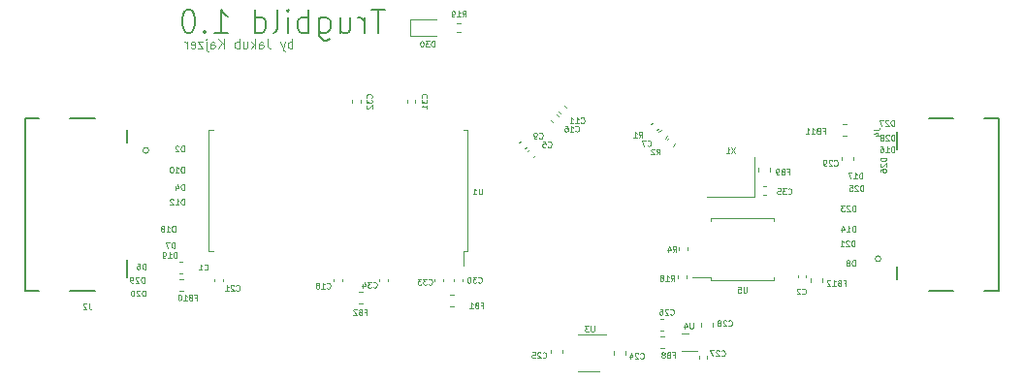
<source format=gbr>
%TF.GenerationSoftware,KiCad,Pcbnew,(5.1.10)-1*%
%TF.CreationDate,2021-07-15T20:54:41+02:00*%
%TF.ProjectId,HighSpeed,48696768-5370-4656-9564-2e6b69636164,rev?*%
%TF.SameCoordinates,Original*%
%TF.FileFunction,Legend,Bot*%
%TF.FilePolarity,Positive*%
%FSLAX46Y46*%
G04 Gerber Fmt 4.6, Leading zero omitted, Abs format (unit mm)*
G04 Created by KiCad (PCBNEW (5.1.10)-1) date 2021-07-15 20:54:41*
%MOMM*%
%LPD*%
G01*
G04 APERTURE LIST*
%ADD10C,0.125000*%
%ADD11C,0.150000*%
%ADD12C,0.120000*%
%ADD13C,0.100000*%
%ADD14C,0.127000*%
G04 APERTURE END LIST*
D10*
X125316666Y-91039904D02*
X125316666Y-90239904D01*
X125316666Y-90544666D02*
X125240476Y-90506571D01*
X125088095Y-90506571D01*
X125011904Y-90544666D01*
X124973809Y-90582761D01*
X124935714Y-90658952D01*
X124935714Y-90887523D01*
X124973809Y-90963714D01*
X125011904Y-91001809D01*
X125088095Y-91039904D01*
X125240476Y-91039904D01*
X125316666Y-91001809D01*
X124669047Y-90506571D02*
X124478571Y-91039904D01*
X124288095Y-90506571D02*
X124478571Y-91039904D01*
X124554761Y-91230380D01*
X124592857Y-91268476D01*
X124669047Y-91306571D01*
X123145238Y-90239904D02*
X123145238Y-90811333D01*
X123183333Y-90925619D01*
X123259523Y-91001809D01*
X123373809Y-91039904D01*
X123450000Y-91039904D01*
X122421428Y-91039904D02*
X122421428Y-90620857D01*
X122459523Y-90544666D01*
X122535714Y-90506571D01*
X122688095Y-90506571D01*
X122764285Y-90544666D01*
X122421428Y-91001809D02*
X122497619Y-91039904D01*
X122688095Y-91039904D01*
X122764285Y-91001809D01*
X122802380Y-90925619D01*
X122802380Y-90849428D01*
X122764285Y-90773238D01*
X122688095Y-90735142D01*
X122497619Y-90735142D01*
X122421428Y-90697047D01*
X122040476Y-91039904D02*
X122040476Y-90239904D01*
X121964285Y-90735142D02*
X121735714Y-91039904D01*
X121735714Y-90506571D02*
X122040476Y-90811333D01*
X121050000Y-90506571D02*
X121050000Y-91039904D01*
X121392857Y-90506571D02*
X121392857Y-90925619D01*
X121354761Y-91001809D01*
X121278571Y-91039904D01*
X121164285Y-91039904D01*
X121088095Y-91001809D01*
X121050000Y-90963714D01*
X120669047Y-91039904D02*
X120669047Y-90239904D01*
X120669047Y-90544666D02*
X120592857Y-90506571D01*
X120440476Y-90506571D01*
X120364285Y-90544666D01*
X120326190Y-90582761D01*
X120288095Y-90658952D01*
X120288095Y-90887523D01*
X120326190Y-90963714D01*
X120364285Y-91001809D01*
X120440476Y-91039904D01*
X120592857Y-91039904D01*
X120669047Y-91001809D01*
X119335714Y-91039904D02*
X119335714Y-90239904D01*
X118878571Y-91039904D02*
X119221428Y-90582761D01*
X118878571Y-90239904D02*
X119335714Y-90697047D01*
X118192857Y-91039904D02*
X118192857Y-90620857D01*
X118230952Y-90544666D01*
X118307142Y-90506571D01*
X118459523Y-90506571D01*
X118535714Y-90544666D01*
X118192857Y-91001809D02*
X118269047Y-91039904D01*
X118459523Y-91039904D01*
X118535714Y-91001809D01*
X118573809Y-90925619D01*
X118573809Y-90849428D01*
X118535714Y-90773238D01*
X118459523Y-90735142D01*
X118269047Y-90735142D01*
X118192857Y-90697047D01*
X117811904Y-90506571D02*
X117811904Y-91192285D01*
X117850000Y-91268476D01*
X117926190Y-91306571D01*
X117964285Y-91306571D01*
X117811904Y-90239904D02*
X117850000Y-90278000D01*
X117811904Y-90316095D01*
X117773809Y-90278000D01*
X117811904Y-90239904D01*
X117811904Y-90316095D01*
X117507142Y-90506571D02*
X117088095Y-90506571D01*
X117507142Y-91039904D01*
X117088095Y-91039904D01*
X116478571Y-91001809D02*
X116554761Y-91039904D01*
X116707142Y-91039904D01*
X116783333Y-91001809D01*
X116821428Y-90925619D01*
X116821428Y-90620857D01*
X116783333Y-90544666D01*
X116707142Y-90506571D01*
X116554761Y-90506571D01*
X116478571Y-90544666D01*
X116440476Y-90620857D01*
X116440476Y-90697047D01*
X116821428Y-90773238D01*
X116097619Y-91039904D02*
X116097619Y-90506571D01*
X116097619Y-90658952D02*
X116059523Y-90582761D01*
X116021428Y-90544666D01*
X115945238Y-90506571D01*
X115869047Y-90506571D01*
D11*
X133402380Y-87694761D02*
X132259523Y-87694761D01*
X132830952Y-89694761D02*
X132830952Y-87694761D01*
X131592857Y-89694761D02*
X131592857Y-88361428D01*
X131592857Y-88742380D02*
X131497619Y-88551904D01*
X131402380Y-88456666D01*
X131211904Y-88361428D01*
X131021428Y-88361428D01*
X129497619Y-88361428D02*
X129497619Y-89694761D01*
X130354761Y-88361428D02*
X130354761Y-89409047D01*
X130259523Y-89599523D01*
X130069047Y-89694761D01*
X129783333Y-89694761D01*
X129592857Y-89599523D01*
X129497619Y-89504285D01*
X127688095Y-88361428D02*
X127688095Y-89980476D01*
X127783333Y-90170952D01*
X127878571Y-90266190D01*
X128069047Y-90361428D01*
X128354761Y-90361428D01*
X128545238Y-90266190D01*
X127688095Y-89599523D02*
X127878571Y-89694761D01*
X128259523Y-89694761D01*
X128450000Y-89599523D01*
X128545238Y-89504285D01*
X128640476Y-89313809D01*
X128640476Y-88742380D01*
X128545238Y-88551904D01*
X128450000Y-88456666D01*
X128259523Y-88361428D01*
X127878571Y-88361428D01*
X127688095Y-88456666D01*
X126735714Y-89694761D02*
X126735714Y-87694761D01*
X126735714Y-88456666D02*
X126545238Y-88361428D01*
X126164285Y-88361428D01*
X125973809Y-88456666D01*
X125878571Y-88551904D01*
X125783333Y-88742380D01*
X125783333Y-89313809D01*
X125878571Y-89504285D01*
X125973809Y-89599523D01*
X126164285Y-89694761D01*
X126545238Y-89694761D01*
X126735714Y-89599523D01*
X124926190Y-89694761D02*
X124926190Y-88361428D01*
X124926190Y-87694761D02*
X125021428Y-87790000D01*
X124926190Y-87885238D01*
X124830952Y-87790000D01*
X124926190Y-87694761D01*
X124926190Y-87885238D01*
X123688095Y-89694761D02*
X123878571Y-89599523D01*
X123973809Y-89409047D01*
X123973809Y-87694761D01*
X122069047Y-89694761D02*
X122069047Y-87694761D01*
X122069047Y-89599523D02*
X122259523Y-89694761D01*
X122640476Y-89694761D01*
X122830952Y-89599523D01*
X122926190Y-89504285D01*
X123021428Y-89313809D01*
X123021428Y-88742380D01*
X122926190Y-88551904D01*
X122830952Y-88456666D01*
X122640476Y-88361428D01*
X122259523Y-88361428D01*
X122069047Y-88456666D01*
X118545238Y-89694761D02*
X119688095Y-89694761D01*
X119116666Y-89694761D02*
X119116666Y-87694761D01*
X119307142Y-87980476D01*
X119497619Y-88170952D01*
X119688095Y-88266190D01*
X117688095Y-89504285D02*
X117592857Y-89599523D01*
X117688095Y-89694761D01*
X117783333Y-89599523D01*
X117688095Y-89504285D01*
X117688095Y-89694761D01*
X116354761Y-87694761D02*
X116164285Y-87694761D01*
X115973809Y-87790000D01*
X115878571Y-87885238D01*
X115783333Y-88075714D01*
X115688095Y-88456666D01*
X115688095Y-88932857D01*
X115783333Y-89313809D01*
X115878571Y-89504285D01*
X115973809Y-89599523D01*
X116164285Y-89694761D01*
X116354761Y-89694761D01*
X116545238Y-89599523D01*
X116640476Y-89504285D01*
X116735714Y-89313809D01*
X116830952Y-88932857D01*
X116830952Y-88456666D01*
X116735714Y-88075714D01*
X116640476Y-87885238D01*
X116545238Y-87790000D01*
X116354761Y-87694761D01*
D12*
%TO.C,U1*%
X118430000Y-108800000D02*
X118030000Y-108800000D01*
X118430000Y-98200000D02*
X118030000Y-98200000D01*
X140630000Y-98200000D02*
X140230000Y-98200000D01*
X118030000Y-108800000D02*
X118030000Y-98200000D01*
X140630000Y-108800000D02*
X140630000Y-98200000D01*
X140230000Y-108800000D02*
X140630000Y-108800000D01*
X140230000Y-110000000D02*
X140230000Y-108800000D01*
%TO.C,U5*%
X161860000Y-111075000D02*
X160210000Y-111075000D01*
X161860000Y-111335000D02*
X161860000Y-111075000D01*
X164610000Y-111335000D02*
X161860000Y-111335000D01*
X167360000Y-111335000D02*
X167360000Y-111075000D01*
X164610000Y-111335000D02*
X167360000Y-111335000D01*
X161860000Y-105885000D02*
X161860000Y-106145000D01*
X164610000Y-105885000D02*
X161860000Y-105885000D01*
X167360000Y-105885000D02*
X167360000Y-106145000D01*
X164610000Y-105885000D02*
X167360000Y-105885000D01*
%TO.C,R19*%
X140003641Y-88860000D02*
X139696359Y-88860000D01*
X140003641Y-89620000D02*
X139696359Y-89620000D01*
%TO.C,D30*%
X137910000Y-90005000D02*
X135625000Y-90005000D01*
X135625000Y-90005000D02*
X135625000Y-88535000D01*
X135625000Y-88535000D02*
X137910000Y-88535000D01*
%TO.C,R18*%
X159780000Y-111153641D02*
X159780000Y-110846359D01*
X159020000Y-111153641D02*
X159020000Y-110846359D01*
%TO.C,R4*%
X159810000Y-108713641D02*
X159810000Y-108406359D01*
X159050000Y-108713641D02*
X159050000Y-108406359D01*
%TO.C,FB12*%
X171620000Y-111502779D02*
X171620000Y-111177221D01*
X170600000Y-111502779D02*
X170600000Y-111177221D01*
%TO.C,C2*%
X169450000Y-110862164D02*
X169450000Y-111077836D01*
X170170000Y-110862164D02*
X170170000Y-111077836D01*
%TO.C,X1*%
X165698269Y-104049275D02*
X161498269Y-104049275D01*
X165698269Y-100549275D02*
X165698269Y-104049275D01*
%TO.C,FB11*%
X173387221Y-98730000D02*
X173712779Y-98730000D01*
X173387221Y-97710000D02*
X173712779Y-97710000D01*
%TO.C,FB10*%
X115802779Y-111200000D02*
X115477221Y-111200000D01*
X115802779Y-112220000D02*
X115477221Y-112220000D01*
%TO.C,FB9*%
X166041149Y-101468987D02*
X166041149Y-101794545D01*
X167061149Y-101468987D02*
X167061149Y-101794545D01*
%TO.C,FB8*%
X157762779Y-116190000D02*
X157437221Y-116190000D01*
X157762779Y-117210000D02*
X157437221Y-117210000D01*
%TO.C,FB2*%
X131137221Y-113360000D02*
X131462779Y-113360000D01*
X131137221Y-112340000D02*
X131462779Y-112340000D01*
%TO.C,FB1*%
X139087221Y-113560000D02*
X139412779Y-113560000D01*
X139087221Y-112540000D02*
X139412779Y-112540000D01*
%TO.C,C1*%
X115740580Y-109690000D02*
X115459420Y-109690000D01*
X115740580Y-110710000D02*
X115459420Y-110710000D01*
%TO.C,C35*%
X166443312Y-103830245D02*
X166658984Y-103830245D01*
X166443312Y-103110245D02*
X166658984Y-103110245D01*
%TO.C,C29*%
X173300000Y-100529420D02*
X173300000Y-100810580D01*
X174320000Y-100529420D02*
X174320000Y-100810580D01*
%TO.C,C28*%
X162010000Y-115340580D02*
X162010000Y-115059420D01*
X160990000Y-115340580D02*
X160990000Y-115059420D01*
%TO.C,C26*%
X157740580Y-114690000D02*
X157459420Y-114690000D01*
X157740580Y-115710000D02*
X157459420Y-115710000D01*
%TO.C,C25*%
X147890000Y-117409420D02*
X147890000Y-117690580D01*
X148910000Y-117409420D02*
X148910000Y-117690580D01*
%TO.C,C24*%
X153390000Y-117509420D02*
X153390000Y-117790580D01*
X154410000Y-117509420D02*
X154410000Y-117790580D01*
%TO.C,R2*%
X158548060Y-99586141D02*
X158765341Y-99368860D01*
X158010659Y-99048740D02*
X158227940Y-98831459D01*
%TO.C,R1*%
X157516740Y-98171059D02*
X157299459Y-98388340D01*
X158054141Y-98708460D02*
X157836860Y-98925741D01*
%TO.C,C34*%
X132940000Y-111192164D02*
X132940000Y-111407836D01*
X133660000Y-111192164D02*
X133660000Y-111407836D01*
%TO.C,C33*%
X137740000Y-111192164D02*
X137740000Y-111407836D01*
X138460000Y-111192164D02*
X138460000Y-111407836D01*
%TO.C,C32*%
X131260000Y-95807836D02*
X131260000Y-95592164D01*
X130540000Y-95807836D02*
X130540000Y-95592164D01*
%TO.C,C31*%
X136060000Y-95807836D02*
X136060000Y-95592164D01*
X135340000Y-95807836D02*
X135340000Y-95592164D01*
%TO.C,C30*%
X139440000Y-111192164D02*
X139440000Y-111407836D01*
X140160000Y-111192164D02*
X140160000Y-111407836D01*
%TO.C,C27*%
X160822000Y-117947764D02*
X160822000Y-118163436D01*
X161542000Y-117947764D02*
X161542000Y-118163436D01*
%TO.C,C21*%
X118540000Y-111192164D02*
X118540000Y-111407836D01*
X119260000Y-111192164D02*
X119260000Y-111407836D01*
%TO.C,C18*%
X128940000Y-111192164D02*
X128940000Y-111407836D01*
X129660000Y-111192164D02*
X129660000Y-111407836D01*
%TO.C,C16*%
X147882794Y-97314703D02*
X148035297Y-97467206D01*
X148391911Y-96805586D02*
X148544414Y-96958089D01*
%TO.C,C11*%
X148589901Y-96607596D02*
X148742404Y-96760099D01*
X149099018Y-96098479D02*
X149251521Y-96250982D01*
%TO.C,C9*%
X145271693Y-99169190D02*
X145119190Y-99321693D01*
X145780810Y-99678307D02*
X145628307Y-99830810D01*
%TO.C,C7*%
X157143907Y-98218810D02*
X157296410Y-98066307D01*
X156634790Y-97709693D02*
X156787293Y-97557190D01*
%TO.C,C5*%
X146021693Y-99869190D02*
X145869190Y-100021693D01*
X146530810Y-100378307D02*
X146378307Y-100530810D01*
D13*
%TO.C,J4*%
X176714000Y-109430000D02*
G75*
G03*
X176714000Y-109430000I-254000J0D01*
G01*
D14*
X183060000Y-97200000D02*
X180870000Y-97200000D01*
X187000000Y-97200000D02*
X185770000Y-97200000D01*
X187000000Y-112200000D02*
X187000000Y-97200000D01*
X185770000Y-112200000D02*
X187000000Y-112200000D01*
X180870000Y-112200000D02*
X183060000Y-112200000D01*
X178100000Y-110150000D02*
X178100000Y-111250000D01*
X178100000Y-98350000D02*
X178100000Y-99850000D01*
%TO.C,J2*%
X110890000Y-111050000D02*
X110890000Y-109550000D01*
X110890000Y-99250000D02*
X110890000Y-98150000D01*
X108120000Y-97200000D02*
X105930000Y-97200000D01*
X103220000Y-97200000D02*
X101990000Y-97200000D01*
X101990000Y-97200000D02*
X101990000Y-112200000D01*
X101990000Y-112200000D02*
X103220000Y-112200000D01*
X105930000Y-112200000D02*
X108120000Y-112200000D01*
D13*
X112784000Y-99970000D02*
G75*
G03*
X112784000Y-99970000I-254000J0D01*
G01*
D12*
%TO.C,U4*%
X159932000Y-116000000D02*
X159282000Y-116000000D01*
X160632000Y-117450000D02*
X159282000Y-117450000D01*
%TO.C,U3*%
X152100000Y-119260000D02*
X150300000Y-119260000D01*
X150300000Y-116040000D02*
X152750000Y-116040000D01*
%TO.C,U1*%
D10*
X141871652Y-103307390D02*
X141871652Y-103712152D01*
X141847842Y-103759771D01*
X141824033Y-103783580D01*
X141776414Y-103807390D01*
X141681176Y-103807390D01*
X141633557Y-103783580D01*
X141609747Y-103759771D01*
X141585938Y-103712152D01*
X141585938Y-103307390D01*
X141085938Y-103807390D02*
X141371652Y-103807390D01*
X141228795Y-103807390D02*
X141228795Y-103307390D01*
X141276414Y-103378819D01*
X141324033Y-103426438D01*
X141371652Y-103450247D01*
%TO.C,U5*%
X164990952Y-111896190D02*
X164990952Y-112300952D01*
X164967142Y-112348571D01*
X164943333Y-112372380D01*
X164895714Y-112396190D01*
X164800476Y-112396190D01*
X164752857Y-112372380D01*
X164729047Y-112348571D01*
X164705238Y-112300952D01*
X164705238Y-111896190D01*
X164229047Y-111896190D02*
X164467142Y-111896190D01*
X164490952Y-112134285D01*
X164467142Y-112110476D01*
X164419523Y-112086666D01*
X164300476Y-112086666D01*
X164252857Y-112110476D01*
X164229047Y-112134285D01*
X164205238Y-112181904D01*
X164205238Y-112300952D01*
X164229047Y-112348571D01*
X164252857Y-112372380D01*
X164300476Y-112396190D01*
X164419523Y-112396190D01*
X164467142Y-112372380D01*
X164490952Y-112348571D01*
%TO.C,R19*%
X140171428Y-88296190D02*
X140338095Y-88058095D01*
X140457142Y-88296190D02*
X140457142Y-87796190D01*
X140266666Y-87796190D01*
X140219047Y-87820000D01*
X140195238Y-87843809D01*
X140171428Y-87891428D01*
X140171428Y-87962857D01*
X140195238Y-88010476D01*
X140219047Y-88034285D01*
X140266666Y-88058095D01*
X140457142Y-88058095D01*
X139695238Y-88296190D02*
X139980952Y-88296190D01*
X139838095Y-88296190D02*
X139838095Y-87796190D01*
X139885714Y-87867619D01*
X139933333Y-87915238D01*
X139980952Y-87939047D01*
X139457142Y-88296190D02*
X139361904Y-88296190D01*
X139314285Y-88272380D01*
X139290476Y-88248571D01*
X139242857Y-88177142D01*
X139219047Y-88081904D01*
X139219047Y-87891428D01*
X139242857Y-87843809D01*
X139266666Y-87820000D01*
X139314285Y-87796190D01*
X139409523Y-87796190D01*
X139457142Y-87820000D01*
X139480952Y-87843809D01*
X139504761Y-87891428D01*
X139504761Y-88010476D01*
X139480952Y-88058095D01*
X139457142Y-88081904D01*
X139409523Y-88105714D01*
X139314285Y-88105714D01*
X139266666Y-88081904D01*
X139242857Y-88058095D01*
X139219047Y-88010476D01*
%TO.C,D30*%
X137717142Y-90926190D02*
X137717142Y-90426190D01*
X137598095Y-90426190D01*
X137526666Y-90450000D01*
X137479047Y-90497619D01*
X137455238Y-90545238D01*
X137431428Y-90640476D01*
X137431428Y-90711904D01*
X137455238Y-90807142D01*
X137479047Y-90854761D01*
X137526666Y-90902380D01*
X137598095Y-90926190D01*
X137717142Y-90926190D01*
X137264761Y-90426190D02*
X136955238Y-90426190D01*
X137121904Y-90616666D01*
X137050476Y-90616666D01*
X137002857Y-90640476D01*
X136979047Y-90664285D01*
X136955238Y-90711904D01*
X136955238Y-90830952D01*
X136979047Y-90878571D01*
X137002857Y-90902380D01*
X137050476Y-90926190D01*
X137193333Y-90926190D01*
X137240952Y-90902380D01*
X137264761Y-90878571D01*
X136645714Y-90426190D02*
X136598095Y-90426190D01*
X136550476Y-90450000D01*
X136526666Y-90473809D01*
X136502857Y-90521428D01*
X136479047Y-90616666D01*
X136479047Y-90735714D01*
X136502857Y-90830952D01*
X136526666Y-90878571D01*
X136550476Y-90902380D01*
X136598095Y-90926190D01*
X136645714Y-90926190D01*
X136693333Y-90902380D01*
X136717142Y-90878571D01*
X136740952Y-90830952D01*
X136764761Y-90735714D01*
X136764761Y-90616666D01*
X136740952Y-90521428D01*
X136717142Y-90473809D01*
X136693333Y-90450000D01*
X136645714Y-90426190D01*
%TO.C,R18*%
X158372928Y-111376590D02*
X158539595Y-111138495D01*
X158658642Y-111376590D02*
X158658642Y-110876590D01*
X158468166Y-110876590D01*
X158420547Y-110900400D01*
X158396738Y-110924209D01*
X158372928Y-110971828D01*
X158372928Y-111043257D01*
X158396738Y-111090876D01*
X158420547Y-111114685D01*
X158468166Y-111138495D01*
X158658642Y-111138495D01*
X157896738Y-111376590D02*
X158182452Y-111376590D01*
X158039595Y-111376590D02*
X158039595Y-110876590D01*
X158087214Y-110948019D01*
X158134833Y-110995638D01*
X158182452Y-111019447D01*
X157611023Y-111090876D02*
X157658642Y-111067066D01*
X157682452Y-111043257D01*
X157706261Y-110995638D01*
X157706261Y-110971828D01*
X157682452Y-110924209D01*
X157658642Y-110900400D01*
X157611023Y-110876590D01*
X157515785Y-110876590D01*
X157468166Y-110900400D01*
X157444357Y-110924209D01*
X157420547Y-110971828D01*
X157420547Y-110995638D01*
X157444357Y-111043257D01*
X157468166Y-111067066D01*
X157515785Y-111090876D01*
X157611023Y-111090876D01*
X157658642Y-111114685D01*
X157682452Y-111138495D01*
X157706261Y-111186114D01*
X157706261Y-111281352D01*
X157682452Y-111328971D01*
X157658642Y-111352780D01*
X157611023Y-111376590D01*
X157515785Y-111376590D01*
X157468166Y-111352780D01*
X157444357Y-111328971D01*
X157420547Y-111281352D01*
X157420547Y-111186114D01*
X157444357Y-111138495D01*
X157468166Y-111114685D01*
X157515785Y-111090876D01*
%TO.C,R4*%
X158541233Y-108861990D02*
X158707900Y-108623895D01*
X158826947Y-108861990D02*
X158826947Y-108361990D01*
X158636471Y-108361990D01*
X158588852Y-108385800D01*
X158565042Y-108409609D01*
X158541233Y-108457228D01*
X158541233Y-108528657D01*
X158565042Y-108576276D01*
X158588852Y-108600085D01*
X158636471Y-108623895D01*
X158826947Y-108623895D01*
X158112661Y-108528657D02*
X158112661Y-108861990D01*
X158231709Y-108338180D02*
X158350757Y-108695323D01*
X158041233Y-108695323D01*
%TO.C,FB12*%
X173501761Y-111521085D02*
X173668428Y-111521085D01*
X173668428Y-111782990D02*
X173668428Y-111282990D01*
X173430333Y-111282990D01*
X173073190Y-111521085D02*
X173001761Y-111544895D01*
X172977952Y-111568704D01*
X172954142Y-111616323D01*
X172954142Y-111687752D01*
X172977952Y-111735371D01*
X173001761Y-111759180D01*
X173049380Y-111782990D01*
X173239857Y-111782990D01*
X173239857Y-111282990D01*
X173073190Y-111282990D01*
X173025571Y-111306800D01*
X173001761Y-111330609D01*
X172977952Y-111378228D01*
X172977952Y-111425847D01*
X173001761Y-111473466D01*
X173025571Y-111497276D01*
X173073190Y-111521085D01*
X173239857Y-111521085D01*
X172477952Y-111782990D02*
X172763666Y-111782990D01*
X172620809Y-111782990D02*
X172620809Y-111282990D01*
X172668428Y-111354419D01*
X172716047Y-111402038D01*
X172763666Y-111425847D01*
X172287476Y-111330609D02*
X172263666Y-111306800D01*
X172216047Y-111282990D01*
X172097000Y-111282990D01*
X172049380Y-111306800D01*
X172025571Y-111330609D01*
X172001761Y-111378228D01*
X172001761Y-111425847D01*
X172025571Y-111497276D01*
X172311285Y-111782990D01*
X172001761Y-111782990D01*
%TO.C,C2*%
X169844233Y-112484671D02*
X169868042Y-112508480D01*
X169939471Y-112532290D01*
X169987090Y-112532290D01*
X170058519Y-112508480D01*
X170106138Y-112460861D01*
X170129947Y-112413242D01*
X170153757Y-112318004D01*
X170153757Y-112246576D01*
X170129947Y-112151338D01*
X170106138Y-112103719D01*
X170058519Y-112056100D01*
X169987090Y-112032290D01*
X169939471Y-112032290D01*
X169868042Y-112056100D01*
X169844233Y-112079909D01*
X169653757Y-112079909D02*
X169629947Y-112056100D01*
X169582328Y-112032290D01*
X169463280Y-112032290D01*
X169415661Y-112056100D01*
X169391852Y-112079909D01*
X169368042Y-112127528D01*
X169368042Y-112175147D01*
X169391852Y-112246576D01*
X169677566Y-112532290D01*
X169368042Y-112532290D01*
%TO.C,X1*%
X164003030Y-99738690D02*
X163669697Y-100238690D01*
X163669697Y-99738690D02*
X164003030Y-100238690D01*
X163217316Y-100238690D02*
X163503030Y-100238690D01*
X163360173Y-100238690D02*
X163360173Y-99738690D01*
X163407792Y-99810119D01*
X163455411Y-99857738D01*
X163503030Y-99881547D01*
%TO.C,FB11*%
X171647561Y-98249585D02*
X171814228Y-98249585D01*
X171814228Y-98511490D02*
X171814228Y-98011490D01*
X171576133Y-98011490D01*
X171218990Y-98249585D02*
X171147561Y-98273395D01*
X171123752Y-98297204D01*
X171099942Y-98344823D01*
X171099942Y-98416252D01*
X171123752Y-98463871D01*
X171147561Y-98487680D01*
X171195180Y-98511490D01*
X171385657Y-98511490D01*
X171385657Y-98011490D01*
X171218990Y-98011490D01*
X171171371Y-98035300D01*
X171147561Y-98059109D01*
X171123752Y-98106728D01*
X171123752Y-98154347D01*
X171147561Y-98201966D01*
X171171371Y-98225776D01*
X171218990Y-98249585D01*
X171385657Y-98249585D01*
X170623752Y-98511490D02*
X170909466Y-98511490D01*
X170766609Y-98511490D02*
X170766609Y-98011490D01*
X170814228Y-98082919D01*
X170861847Y-98130538D01*
X170909466Y-98154347D01*
X170147561Y-98511490D02*
X170433276Y-98511490D01*
X170290419Y-98511490D02*
X170290419Y-98011490D01*
X170338038Y-98082919D01*
X170385657Y-98130538D01*
X170433276Y-98154347D01*
%TO.C,FB10*%
X116834361Y-112803785D02*
X117001028Y-112803785D01*
X117001028Y-113065690D02*
X117001028Y-112565690D01*
X116762933Y-112565690D01*
X116405790Y-112803785D02*
X116334361Y-112827595D01*
X116310552Y-112851404D01*
X116286742Y-112899023D01*
X116286742Y-112970452D01*
X116310552Y-113018071D01*
X116334361Y-113041880D01*
X116381980Y-113065690D01*
X116572457Y-113065690D01*
X116572457Y-112565690D01*
X116405790Y-112565690D01*
X116358171Y-112589500D01*
X116334361Y-112613309D01*
X116310552Y-112660928D01*
X116310552Y-112708547D01*
X116334361Y-112756166D01*
X116358171Y-112779976D01*
X116405790Y-112803785D01*
X116572457Y-112803785D01*
X115810552Y-113065690D02*
X116096266Y-113065690D01*
X115953409Y-113065690D02*
X115953409Y-112565690D01*
X116001028Y-112637119D01*
X116048647Y-112684738D01*
X116096266Y-112708547D01*
X115501028Y-112565690D02*
X115453409Y-112565690D01*
X115405790Y-112589500D01*
X115381980Y-112613309D01*
X115358171Y-112660928D01*
X115334361Y-112756166D01*
X115334361Y-112875214D01*
X115358171Y-112970452D01*
X115381980Y-113018071D01*
X115405790Y-113041880D01*
X115453409Y-113065690D01*
X115501028Y-113065690D01*
X115548647Y-113041880D01*
X115572457Y-113018071D01*
X115596266Y-112970452D01*
X115620076Y-112875214D01*
X115620076Y-112756166D01*
X115596266Y-112660928D01*
X115572457Y-112613309D01*
X115548647Y-112589500D01*
X115501028Y-112565690D01*
%TO.C,FB9*%
X168564666Y-101805585D02*
X168731333Y-101805585D01*
X168731333Y-102067490D02*
X168731333Y-101567490D01*
X168493238Y-101567490D01*
X168136095Y-101805585D02*
X168064666Y-101829395D01*
X168040857Y-101853204D01*
X168017047Y-101900823D01*
X168017047Y-101972252D01*
X168040857Y-102019871D01*
X168064666Y-102043680D01*
X168112285Y-102067490D01*
X168302761Y-102067490D01*
X168302761Y-101567490D01*
X168136095Y-101567490D01*
X168088476Y-101591300D01*
X168064666Y-101615109D01*
X168040857Y-101662728D01*
X168040857Y-101710347D01*
X168064666Y-101757966D01*
X168088476Y-101781776D01*
X168136095Y-101805585D01*
X168302761Y-101805585D01*
X167778952Y-102067490D02*
X167683714Y-102067490D01*
X167636095Y-102043680D01*
X167612285Y-102019871D01*
X167564666Y-101948442D01*
X167540857Y-101853204D01*
X167540857Y-101662728D01*
X167564666Y-101615109D01*
X167588476Y-101591300D01*
X167636095Y-101567490D01*
X167731333Y-101567490D01*
X167778952Y-101591300D01*
X167802761Y-101615109D01*
X167826571Y-101662728D01*
X167826571Y-101781776D01*
X167802761Y-101829395D01*
X167778952Y-101853204D01*
X167731333Y-101877014D01*
X167636095Y-101877014D01*
X167588476Y-101853204D01*
X167564666Y-101829395D01*
X167540857Y-101781776D01*
%TO.C,FB8*%
X158582466Y-117832985D02*
X158749133Y-117832985D01*
X158749133Y-118094890D02*
X158749133Y-117594890D01*
X158511038Y-117594890D01*
X158153895Y-117832985D02*
X158082466Y-117856795D01*
X158058657Y-117880604D01*
X158034847Y-117928223D01*
X158034847Y-117999652D01*
X158058657Y-118047271D01*
X158082466Y-118071080D01*
X158130085Y-118094890D01*
X158320561Y-118094890D01*
X158320561Y-117594890D01*
X158153895Y-117594890D01*
X158106276Y-117618700D01*
X158082466Y-117642509D01*
X158058657Y-117690128D01*
X158058657Y-117737747D01*
X158082466Y-117785366D01*
X158106276Y-117809176D01*
X158153895Y-117832985D01*
X158320561Y-117832985D01*
X157749133Y-117809176D02*
X157796752Y-117785366D01*
X157820561Y-117761557D01*
X157844371Y-117713938D01*
X157844371Y-117690128D01*
X157820561Y-117642509D01*
X157796752Y-117618700D01*
X157749133Y-117594890D01*
X157653895Y-117594890D01*
X157606276Y-117618700D01*
X157582466Y-117642509D01*
X157558657Y-117690128D01*
X157558657Y-117713938D01*
X157582466Y-117761557D01*
X157606276Y-117785366D01*
X157653895Y-117809176D01*
X157749133Y-117809176D01*
X157796752Y-117832985D01*
X157820561Y-117856795D01*
X157844371Y-117904414D01*
X157844371Y-117999652D01*
X157820561Y-118047271D01*
X157796752Y-118071080D01*
X157749133Y-118094890D01*
X157653895Y-118094890D01*
X157606276Y-118071080D01*
X157582466Y-118047271D01*
X157558657Y-117999652D01*
X157558657Y-117904414D01*
X157582466Y-117856795D01*
X157606276Y-117832985D01*
X157653895Y-117809176D01*
%TO.C,FB2*%
X131671166Y-114061085D02*
X131837833Y-114061085D01*
X131837833Y-114322990D02*
X131837833Y-113822990D01*
X131599738Y-113822990D01*
X131242595Y-114061085D02*
X131171166Y-114084895D01*
X131147357Y-114108704D01*
X131123547Y-114156323D01*
X131123547Y-114227752D01*
X131147357Y-114275371D01*
X131171166Y-114299180D01*
X131218785Y-114322990D01*
X131409261Y-114322990D01*
X131409261Y-113822990D01*
X131242595Y-113822990D01*
X131194976Y-113846800D01*
X131171166Y-113870609D01*
X131147357Y-113918228D01*
X131147357Y-113965847D01*
X131171166Y-114013466D01*
X131194976Y-114037276D01*
X131242595Y-114061085D01*
X131409261Y-114061085D01*
X130933071Y-113870609D02*
X130909261Y-113846800D01*
X130861642Y-113822990D01*
X130742595Y-113822990D01*
X130694976Y-113846800D01*
X130671166Y-113870609D01*
X130647357Y-113918228D01*
X130647357Y-113965847D01*
X130671166Y-114037276D01*
X130956880Y-114322990D01*
X130647357Y-114322990D01*
%TO.C,FB1*%
X141831166Y-113489585D02*
X141997833Y-113489585D01*
X141997833Y-113751490D02*
X141997833Y-113251490D01*
X141759738Y-113251490D01*
X141402595Y-113489585D02*
X141331166Y-113513395D01*
X141307357Y-113537204D01*
X141283547Y-113584823D01*
X141283547Y-113656252D01*
X141307357Y-113703871D01*
X141331166Y-113727680D01*
X141378785Y-113751490D01*
X141569261Y-113751490D01*
X141569261Y-113251490D01*
X141402595Y-113251490D01*
X141354976Y-113275300D01*
X141331166Y-113299109D01*
X141307357Y-113346728D01*
X141307357Y-113394347D01*
X141331166Y-113441966D01*
X141354976Y-113465776D01*
X141402595Y-113489585D01*
X141569261Y-113489585D01*
X140807357Y-113751490D02*
X141093071Y-113751490D01*
X140950214Y-113751490D02*
X140950214Y-113251490D01*
X140997833Y-113322919D01*
X141045452Y-113370538D01*
X141093071Y-113394347D01*
%TO.C,C1*%
X117621833Y-110363771D02*
X117645642Y-110387580D01*
X117717071Y-110411390D01*
X117764690Y-110411390D01*
X117836119Y-110387580D01*
X117883738Y-110339961D01*
X117907547Y-110292342D01*
X117931357Y-110197104D01*
X117931357Y-110125676D01*
X117907547Y-110030438D01*
X117883738Y-109982819D01*
X117836119Y-109935200D01*
X117764690Y-109911390D01*
X117717071Y-109911390D01*
X117645642Y-109935200D01*
X117621833Y-109959009D01*
X117145642Y-110411390D02*
X117431357Y-110411390D01*
X117288500Y-110411390D02*
X117288500Y-109911390D01*
X117336119Y-109982819D01*
X117383738Y-110030438D01*
X117431357Y-110054247D01*
%TO.C,C35*%
X168609128Y-103747071D02*
X168632938Y-103770880D01*
X168704366Y-103794690D01*
X168751985Y-103794690D01*
X168823414Y-103770880D01*
X168871033Y-103723261D01*
X168894842Y-103675642D01*
X168918652Y-103580404D01*
X168918652Y-103508976D01*
X168894842Y-103413738D01*
X168871033Y-103366119D01*
X168823414Y-103318500D01*
X168751985Y-103294690D01*
X168704366Y-103294690D01*
X168632938Y-103318500D01*
X168609128Y-103342309D01*
X168442461Y-103294690D02*
X168132938Y-103294690D01*
X168299604Y-103485166D01*
X168228176Y-103485166D01*
X168180557Y-103508976D01*
X168156747Y-103532785D01*
X168132938Y-103580404D01*
X168132938Y-103699452D01*
X168156747Y-103747071D01*
X168180557Y-103770880D01*
X168228176Y-103794690D01*
X168371033Y-103794690D01*
X168418652Y-103770880D01*
X168442461Y-103747071D01*
X167680557Y-103294690D02*
X167918652Y-103294690D01*
X167942461Y-103532785D01*
X167918652Y-103508976D01*
X167871033Y-103485166D01*
X167751985Y-103485166D01*
X167704366Y-103508976D01*
X167680557Y-103532785D01*
X167656747Y-103580404D01*
X167656747Y-103699452D01*
X167680557Y-103747071D01*
X167704366Y-103770880D01*
X167751985Y-103794690D01*
X167871033Y-103794690D01*
X167918652Y-103770880D01*
X167942461Y-103747071D01*
%TO.C,C29*%
X172622328Y-101270571D02*
X172646138Y-101294380D01*
X172717566Y-101318190D01*
X172765185Y-101318190D01*
X172836614Y-101294380D01*
X172884233Y-101246761D01*
X172908042Y-101199142D01*
X172931852Y-101103904D01*
X172931852Y-101032476D01*
X172908042Y-100937238D01*
X172884233Y-100889619D01*
X172836614Y-100842000D01*
X172765185Y-100818190D01*
X172717566Y-100818190D01*
X172646138Y-100842000D01*
X172622328Y-100865809D01*
X172431852Y-100865809D02*
X172408042Y-100842000D01*
X172360423Y-100818190D01*
X172241376Y-100818190D01*
X172193757Y-100842000D01*
X172169947Y-100865809D01*
X172146138Y-100913428D01*
X172146138Y-100961047D01*
X172169947Y-101032476D01*
X172455661Y-101318190D01*
X172146138Y-101318190D01*
X171908042Y-101318190D02*
X171812804Y-101318190D01*
X171765185Y-101294380D01*
X171741376Y-101270571D01*
X171693757Y-101199142D01*
X171669947Y-101103904D01*
X171669947Y-100913428D01*
X171693757Y-100865809D01*
X171717566Y-100842000D01*
X171765185Y-100818190D01*
X171860423Y-100818190D01*
X171908042Y-100842000D01*
X171931852Y-100865809D01*
X171955661Y-100913428D01*
X171955661Y-101032476D01*
X171931852Y-101080095D01*
X171908042Y-101103904D01*
X171860423Y-101127714D01*
X171765185Y-101127714D01*
X171717566Y-101103904D01*
X171693757Y-101080095D01*
X171669947Y-101032476D01*
%TO.C,C28*%
X163402128Y-115253271D02*
X163425938Y-115277080D01*
X163497366Y-115300890D01*
X163544985Y-115300890D01*
X163616414Y-115277080D01*
X163664033Y-115229461D01*
X163687842Y-115181842D01*
X163711652Y-115086604D01*
X163711652Y-115015176D01*
X163687842Y-114919938D01*
X163664033Y-114872319D01*
X163616414Y-114824700D01*
X163544985Y-114800890D01*
X163497366Y-114800890D01*
X163425938Y-114824700D01*
X163402128Y-114848509D01*
X163211652Y-114848509D02*
X163187842Y-114824700D01*
X163140223Y-114800890D01*
X163021176Y-114800890D01*
X162973557Y-114824700D01*
X162949747Y-114848509D01*
X162925938Y-114896128D01*
X162925938Y-114943747D01*
X162949747Y-115015176D01*
X163235461Y-115300890D01*
X162925938Y-115300890D01*
X162640223Y-115015176D02*
X162687842Y-114991366D01*
X162711652Y-114967557D01*
X162735461Y-114919938D01*
X162735461Y-114896128D01*
X162711652Y-114848509D01*
X162687842Y-114824700D01*
X162640223Y-114800890D01*
X162544985Y-114800890D01*
X162497366Y-114824700D01*
X162473557Y-114848509D01*
X162449747Y-114896128D01*
X162449747Y-114919938D01*
X162473557Y-114967557D01*
X162497366Y-114991366D01*
X162544985Y-115015176D01*
X162640223Y-115015176D01*
X162687842Y-115038985D01*
X162711652Y-115062795D01*
X162735461Y-115110414D01*
X162735461Y-115205652D01*
X162711652Y-115253271D01*
X162687842Y-115277080D01*
X162640223Y-115300890D01*
X162544985Y-115300890D01*
X162497366Y-115277080D01*
X162473557Y-115253271D01*
X162449747Y-115205652D01*
X162449747Y-115110414D01*
X162473557Y-115062795D01*
X162497366Y-115038985D01*
X162544985Y-115015176D01*
%TO.C,C26*%
X158322128Y-114288071D02*
X158345938Y-114311880D01*
X158417366Y-114335690D01*
X158464985Y-114335690D01*
X158536414Y-114311880D01*
X158584033Y-114264261D01*
X158607842Y-114216642D01*
X158631652Y-114121404D01*
X158631652Y-114049976D01*
X158607842Y-113954738D01*
X158584033Y-113907119D01*
X158536414Y-113859500D01*
X158464985Y-113835690D01*
X158417366Y-113835690D01*
X158345938Y-113859500D01*
X158322128Y-113883309D01*
X158131652Y-113883309D02*
X158107842Y-113859500D01*
X158060223Y-113835690D01*
X157941176Y-113835690D01*
X157893557Y-113859500D01*
X157869747Y-113883309D01*
X157845938Y-113930928D01*
X157845938Y-113978547D01*
X157869747Y-114049976D01*
X158155461Y-114335690D01*
X157845938Y-114335690D01*
X157417366Y-113835690D02*
X157512604Y-113835690D01*
X157560223Y-113859500D01*
X157584033Y-113883309D01*
X157631652Y-113954738D01*
X157655461Y-114049976D01*
X157655461Y-114240452D01*
X157631652Y-114288071D01*
X157607842Y-114311880D01*
X157560223Y-114335690D01*
X157464985Y-114335690D01*
X157417366Y-114311880D01*
X157393557Y-114288071D01*
X157369747Y-114240452D01*
X157369747Y-114121404D01*
X157393557Y-114073785D01*
X157417366Y-114049976D01*
X157464985Y-114026166D01*
X157560223Y-114026166D01*
X157607842Y-114049976D01*
X157631652Y-114073785D01*
X157655461Y-114121404D01*
%TO.C,C25*%
X147184228Y-118059971D02*
X147208038Y-118083780D01*
X147279466Y-118107590D01*
X147327085Y-118107590D01*
X147398514Y-118083780D01*
X147446133Y-118036161D01*
X147469942Y-117988542D01*
X147493752Y-117893304D01*
X147493752Y-117821876D01*
X147469942Y-117726638D01*
X147446133Y-117679019D01*
X147398514Y-117631400D01*
X147327085Y-117607590D01*
X147279466Y-117607590D01*
X147208038Y-117631400D01*
X147184228Y-117655209D01*
X146993752Y-117655209D02*
X146969942Y-117631400D01*
X146922323Y-117607590D01*
X146803276Y-117607590D01*
X146755657Y-117631400D01*
X146731847Y-117655209D01*
X146708038Y-117702828D01*
X146708038Y-117750447D01*
X146731847Y-117821876D01*
X147017561Y-118107590D01*
X146708038Y-118107590D01*
X146255657Y-117607590D02*
X146493752Y-117607590D01*
X146517561Y-117845685D01*
X146493752Y-117821876D01*
X146446133Y-117798066D01*
X146327085Y-117798066D01*
X146279466Y-117821876D01*
X146255657Y-117845685D01*
X146231847Y-117893304D01*
X146231847Y-118012352D01*
X146255657Y-118059971D01*
X146279466Y-118083780D01*
X146327085Y-118107590D01*
X146446133Y-118107590D01*
X146493752Y-118083780D01*
X146517561Y-118059971D01*
%TO.C,C24*%
X155705928Y-118110771D02*
X155729738Y-118134580D01*
X155801166Y-118158390D01*
X155848785Y-118158390D01*
X155920214Y-118134580D01*
X155967833Y-118086961D01*
X155991642Y-118039342D01*
X156015452Y-117944104D01*
X156015452Y-117872676D01*
X155991642Y-117777438D01*
X155967833Y-117729819D01*
X155920214Y-117682200D01*
X155848785Y-117658390D01*
X155801166Y-117658390D01*
X155729738Y-117682200D01*
X155705928Y-117706009D01*
X155515452Y-117706009D02*
X155491642Y-117682200D01*
X155444023Y-117658390D01*
X155324976Y-117658390D01*
X155277357Y-117682200D01*
X155253547Y-117706009D01*
X155229738Y-117753628D01*
X155229738Y-117801247D01*
X155253547Y-117872676D01*
X155539261Y-118158390D01*
X155229738Y-118158390D01*
X154801166Y-117825057D02*
X154801166Y-118158390D01*
X154920214Y-117634580D02*
X155039261Y-117991723D01*
X154729738Y-117991723D01*
%TO.C,R2*%
X157118833Y-100340290D02*
X157285500Y-100102195D01*
X157404547Y-100340290D02*
X157404547Y-99840290D01*
X157214071Y-99840290D01*
X157166452Y-99864100D01*
X157142642Y-99887909D01*
X157118833Y-99935528D01*
X157118833Y-100006957D01*
X157142642Y-100054576D01*
X157166452Y-100078385D01*
X157214071Y-100102195D01*
X157404547Y-100102195D01*
X156928357Y-99887909D02*
X156904547Y-99864100D01*
X156856928Y-99840290D01*
X156737880Y-99840290D01*
X156690261Y-99864100D01*
X156666452Y-99887909D01*
X156642642Y-99935528D01*
X156642642Y-99983147D01*
X156666452Y-100054576D01*
X156952166Y-100340290D01*
X156642642Y-100340290D01*
%TO.C,R1*%
X155582133Y-98841689D02*
X155748800Y-98603594D01*
X155867847Y-98841689D02*
X155867847Y-98341689D01*
X155677371Y-98341689D01*
X155629752Y-98365499D01*
X155605942Y-98389308D01*
X155582133Y-98436927D01*
X155582133Y-98508356D01*
X155605942Y-98555975D01*
X155629752Y-98579784D01*
X155677371Y-98603594D01*
X155867847Y-98603594D01*
X155105942Y-98841689D02*
X155391657Y-98841689D01*
X155248800Y-98841689D02*
X155248800Y-98341689D01*
X155296419Y-98413118D01*
X155344038Y-98460737D01*
X155391657Y-98484546D01*
%TO.C,C34*%
X132388728Y-111913171D02*
X132412538Y-111936980D01*
X132483966Y-111960790D01*
X132531585Y-111960790D01*
X132603014Y-111936980D01*
X132650633Y-111889361D01*
X132674442Y-111841742D01*
X132698252Y-111746504D01*
X132698252Y-111675076D01*
X132674442Y-111579838D01*
X132650633Y-111532219D01*
X132603014Y-111484600D01*
X132531585Y-111460790D01*
X132483966Y-111460790D01*
X132412538Y-111484600D01*
X132388728Y-111508409D01*
X132222061Y-111460790D02*
X131912538Y-111460790D01*
X132079204Y-111651266D01*
X132007776Y-111651266D01*
X131960157Y-111675076D01*
X131936347Y-111698885D01*
X131912538Y-111746504D01*
X131912538Y-111865552D01*
X131936347Y-111913171D01*
X131960157Y-111936980D01*
X132007776Y-111960790D01*
X132150633Y-111960790D01*
X132198252Y-111936980D01*
X132222061Y-111913171D01*
X131483966Y-111627457D02*
X131483966Y-111960790D01*
X131603014Y-111436980D02*
X131722061Y-111794123D01*
X131412538Y-111794123D01*
%TO.C,C33*%
X137227428Y-111646471D02*
X137251238Y-111670280D01*
X137322666Y-111694090D01*
X137370285Y-111694090D01*
X137441714Y-111670280D01*
X137489333Y-111622661D01*
X137513142Y-111575042D01*
X137536952Y-111479804D01*
X137536952Y-111408376D01*
X137513142Y-111313138D01*
X137489333Y-111265519D01*
X137441714Y-111217900D01*
X137370285Y-111194090D01*
X137322666Y-111194090D01*
X137251238Y-111217900D01*
X137227428Y-111241709D01*
X137060761Y-111194090D02*
X136751238Y-111194090D01*
X136917904Y-111384566D01*
X136846476Y-111384566D01*
X136798857Y-111408376D01*
X136775047Y-111432185D01*
X136751238Y-111479804D01*
X136751238Y-111598852D01*
X136775047Y-111646471D01*
X136798857Y-111670280D01*
X136846476Y-111694090D01*
X136989333Y-111694090D01*
X137036952Y-111670280D01*
X137060761Y-111646471D01*
X136584571Y-111194090D02*
X136275047Y-111194090D01*
X136441714Y-111384566D01*
X136370285Y-111384566D01*
X136322666Y-111408376D01*
X136298857Y-111432185D01*
X136275047Y-111479804D01*
X136275047Y-111598852D01*
X136298857Y-111646471D01*
X136322666Y-111670280D01*
X136370285Y-111694090D01*
X136513142Y-111694090D01*
X136560761Y-111670280D01*
X136584571Y-111646471D01*
%TO.C,C32*%
X132238571Y-95378571D02*
X132262380Y-95354761D01*
X132286190Y-95283333D01*
X132286190Y-95235714D01*
X132262380Y-95164285D01*
X132214761Y-95116666D01*
X132167142Y-95092857D01*
X132071904Y-95069047D01*
X132000476Y-95069047D01*
X131905238Y-95092857D01*
X131857619Y-95116666D01*
X131810000Y-95164285D01*
X131786190Y-95235714D01*
X131786190Y-95283333D01*
X131810000Y-95354761D01*
X131833809Y-95378571D01*
X131786190Y-95545238D02*
X131786190Y-95854761D01*
X131976666Y-95688095D01*
X131976666Y-95759523D01*
X132000476Y-95807142D01*
X132024285Y-95830952D01*
X132071904Y-95854761D01*
X132190952Y-95854761D01*
X132238571Y-95830952D01*
X132262380Y-95807142D01*
X132286190Y-95759523D01*
X132286190Y-95616666D01*
X132262380Y-95569047D01*
X132238571Y-95545238D01*
X131833809Y-96045238D02*
X131810000Y-96069047D01*
X131786190Y-96116666D01*
X131786190Y-96235714D01*
X131810000Y-96283333D01*
X131833809Y-96307142D01*
X131881428Y-96330952D01*
X131929047Y-96330952D01*
X132000476Y-96307142D01*
X132286190Y-96021428D01*
X132286190Y-96330952D01*
%TO.C,C31*%
X137038571Y-95378571D02*
X137062380Y-95354761D01*
X137086190Y-95283333D01*
X137086190Y-95235714D01*
X137062380Y-95164285D01*
X137014761Y-95116666D01*
X136967142Y-95092857D01*
X136871904Y-95069047D01*
X136800476Y-95069047D01*
X136705238Y-95092857D01*
X136657619Y-95116666D01*
X136610000Y-95164285D01*
X136586190Y-95235714D01*
X136586190Y-95283333D01*
X136610000Y-95354761D01*
X136633809Y-95378571D01*
X136586190Y-95545238D02*
X136586190Y-95854761D01*
X136776666Y-95688095D01*
X136776666Y-95759523D01*
X136800476Y-95807142D01*
X136824285Y-95830952D01*
X136871904Y-95854761D01*
X136990952Y-95854761D01*
X137038571Y-95830952D01*
X137062380Y-95807142D01*
X137086190Y-95759523D01*
X137086190Y-95616666D01*
X137062380Y-95569047D01*
X137038571Y-95545238D01*
X137086190Y-96330952D02*
X137086190Y-96045238D01*
X137086190Y-96188095D02*
X136586190Y-96188095D01*
X136657619Y-96140476D01*
X136705238Y-96092857D01*
X136729047Y-96045238D01*
%TO.C,C30*%
X141558128Y-111494071D02*
X141581938Y-111517880D01*
X141653366Y-111541690D01*
X141700985Y-111541690D01*
X141772414Y-111517880D01*
X141820033Y-111470261D01*
X141843842Y-111422642D01*
X141867652Y-111327404D01*
X141867652Y-111255976D01*
X141843842Y-111160738D01*
X141820033Y-111113119D01*
X141772414Y-111065500D01*
X141700985Y-111041690D01*
X141653366Y-111041690D01*
X141581938Y-111065500D01*
X141558128Y-111089309D01*
X141391461Y-111041690D02*
X141081938Y-111041690D01*
X141248604Y-111232166D01*
X141177176Y-111232166D01*
X141129557Y-111255976D01*
X141105747Y-111279785D01*
X141081938Y-111327404D01*
X141081938Y-111446452D01*
X141105747Y-111494071D01*
X141129557Y-111517880D01*
X141177176Y-111541690D01*
X141320033Y-111541690D01*
X141367652Y-111517880D01*
X141391461Y-111494071D01*
X140772414Y-111041690D02*
X140724795Y-111041690D01*
X140677176Y-111065500D01*
X140653366Y-111089309D01*
X140629557Y-111136928D01*
X140605747Y-111232166D01*
X140605747Y-111351214D01*
X140629557Y-111446452D01*
X140653366Y-111494071D01*
X140677176Y-111517880D01*
X140724795Y-111541690D01*
X140772414Y-111541690D01*
X140820033Y-111517880D01*
X140843842Y-111494071D01*
X140867652Y-111446452D01*
X140891461Y-111351214D01*
X140891461Y-111232166D01*
X140867652Y-111136928D01*
X140843842Y-111089309D01*
X140820033Y-111065500D01*
X140772414Y-111041690D01*
%TO.C,C27*%
X162779828Y-117894871D02*
X162803638Y-117918680D01*
X162875066Y-117942490D01*
X162922685Y-117942490D01*
X162994114Y-117918680D01*
X163041733Y-117871061D01*
X163065542Y-117823442D01*
X163089352Y-117728204D01*
X163089352Y-117656776D01*
X163065542Y-117561538D01*
X163041733Y-117513919D01*
X162994114Y-117466300D01*
X162922685Y-117442490D01*
X162875066Y-117442490D01*
X162803638Y-117466300D01*
X162779828Y-117490109D01*
X162589352Y-117490109D02*
X162565542Y-117466300D01*
X162517923Y-117442490D01*
X162398876Y-117442490D01*
X162351257Y-117466300D01*
X162327447Y-117490109D01*
X162303638Y-117537728D01*
X162303638Y-117585347D01*
X162327447Y-117656776D01*
X162613161Y-117942490D01*
X162303638Y-117942490D01*
X162136971Y-117442490D02*
X161803638Y-117442490D01*
X162017923Y-117942490D01*
%TO.C,C21*%
X120412628Y-112192571D02*
X120436438Y-112216380D01*
X120507866Y-112240190D01*
X120555485Y-112240190D01*
X120626914Y-112216380D01*
X120674533Y-112168761D01*
X120698342Y-112121142D01*
X120722152Y-112025904D01*
X120722152Y-111954476D01*
X120698342Y-111859238D01*
X120674533Y-111811619D01*
X120626914Y-111764000D01*
X120555485Y-111740190D01*
X120507866Y-111740190D01*
X120436438Y-111764000D01*
X120412628Y-111787809D01*
X120222152Y-111787809D02*
X120198342Y-111764000D01*
X120150723Y-111740190D01*
X120031676Y-111740190D01*
X119984057Y-111764000D01*
X119960247Y-111787809D01*
X119936438Y-111835428D01*
X119936438Y-111883047D01*
X119960247Y-111954476D01*
X120245961Y-112240190D01*
X119936438Y-112240190D01*
X119460247Y-112240190D02*
X119745961Y-112240190D01*
X119603104Y-112240190D02*
X119603104Y-111740190D01*
X119650723Y-111811619D01*
X119698342Y-111859238D01*
X119745961Y-111883047D01*
%TO.C,C18*%
X128337428Y-111989371D02*
X128361238Y-112013180D01*
X128432666Y-112036990D01*
X128480285Y-112036990D01*
X128551714Y-112013180D01*
X128599333Y-111965561D01*
X128623142Y-111917942D01*
X128646952Y-111822704D01*
X128646952Y-111751276D01*
X128623142Y-111656038D01*
X128599333Y-111608419D01*
X128551714Y-111560800D01*
X128480285Y-111536990D01*
X128432666Y-111536990D01*
X128361238Y-111560800D01*
X128337428Y-111584609D01*
X127861238Y-112036990D02*
X128146952Y-112036990D01*
X128004095Y-112036990D02*
X128004095Y-111536990D01*
X128051714Y-111608419D01*
X128099333Y-111656038D01*
X128146952Y-111679847D01*
X127575523Y-111751276D02*
X127623142Y-111727466D01*
X127646952Y-111703657D01*
X127670761Y-111656038D01*
X127670761Y-111632228D01*
X127646952Y-111584609D01*
X127623142Y-111560800D01*
X127575523Y-111536990D01*
X127480285Y-111536990D01*
X127432666Y-111560800D01*
X127408857Y-111584609D01*
X127385047Y-111632228D01*
X127385047Y-111656038D01*
X127408857Y-111703657D01*
X127432666Y-111727466D01*
X127480285Y-111751276D01*
X127575523Y-111751276D01*
X127623142Y-111775085D01*
X127646952Y-111798895D01*
X127670761Y-111846514D01*
X127670761Y-111941752D01*
X127646952Y-111989371D01*
X127623142Y-112013180D01*
X127575523Y-112036990D01*
X127480285Y-112036990D01*
X127432666Y-112013180D01*
X127408857Y-111989371D01*
X127385047Y-111941752D01*
X127385047Y-111846514D01*
X127408857Y-111798895D01*
X127432666Y-111775085D01*
X127480285Y-111751276D01*
%TO.C,C16*%
X150041728Y-98286071D02*
X150065538Y-98309880D01*
X150136966Y-98333690D01*
X150184585Y-98333690D01*
X150256014Y-98309880D01*
X150303633Y-98262261D01*
X150327442Y-98214642D01*
X150351252Y-98119404D01*
X150351252Y-98047976D01*
X150327442Y-97952738D01*
X150303633Y-97905119D01*
X150256014Y-97857500D01*
X150184585Y-97833690D01*
X150136966Y-97833690D01*
X150065538Y-97857500D01*
X150041728Y-97881309D01*
X149565538Y-98333690D02*
X149851252Y-98333690D01*
X149708395Y-98333690D02*
X149708395Y-97833690D01*
X149756014Y-97905119D01*
X149803633Y-97952738D01*
X149851252Y-97976547D01*
X149136966Y-97833690D02*
X149232204Y-97833690D01*
X149279823Y-97857500D01*
X149303633Y-97881309D01*
X149351252Y-97952738D01*
X149375061Y-98047976D01*
X149375061Y-98238452D01*
X149351252Y-98286071D01*
X149327442Y-98309880D01*
X149279823Y-98333690D01*
X149184585Y-98333690D01*
X149136966Y-98309880D01*
X149113157Y-98286071D01*
X149089347Y-98238452D01*
X149089347Y-98119404D01*
X149113157Y-98071785D01*
X149136966Y-98047976D01*
X149184585Y-98024166D01*
X149279823Y-98024166D01*
X149327442Y-98047976D01*
X149351252Y-98071785D01*
X149375061Y-98119404D01*
%TO.C,C11*%
X150511628Y-97549471D02*
X150535438Y-97573280D01*
X150606866Y-97597090D01*
X150654485Y-97597090D01*
X150725914Y-97573280D01*
X150773533Y-97525661D01*
X150797342Y-97478042D01*
X150821152Y-97382804D01*
X150821152Y-97311376D01*
X150797342Y-97216138D01*
X150773533Y-97168519D01*
X150725914Y-97120900D01*
X150654485Y-97097090D01*
X150606866Y-97097090D01*
X150535438Y-97120900D01*
X150511628Y-97144709D01*
X150035438Y-97597090D02*
X150321152Y-97597090D01*
X150178295Y-97597090D02*
X150178295Y-97097090D01*
X150225914Y-97168519D01*
X150273533Y-97216138D01*
X150321152Y-97239947D01*
X149559247Y-97597090D02*
X149844961Y-97597090D01*
X149702104Y-97597090D02*
X149702104Y-97097090D01*
X149749723Y-97168519D01*
X149797342Y-97216138D01*
X149844961Y-97239947D01*
%TO.C,C9*%
X146869933Y-98882971D02*
X146893742Y-98906780D01*
X146965171Y-98930590D01*
X147012790Y-98930590D01*
X147084219Y-98906780D01*
X147131838Y-98859161D01*
X147155647Y-98811542D01*
X147179457Y-98716304D01*
X147179457Y-98644876D01*
X147155647Y-98549638D01*
X147131838Y-98502019D01*
X147084219Y-98454400D01*
X147012790Y-98430590D01*
X146965171Y-98430590D01*
X146893742Y-98454400D01*
X146869933Y-98478209D01*
X146631838Y-98930590D02*
X146536600Y-98930590D01*
X146488980Y-98906780D01*
X146465171Y-98882971D01*
X146417552Y-98811542D01*
X146393742Y-98716304D01*
X146393742Y-98525828D01*
X146417552Y-98478209D01*
X146441361Y-98454400D01*
X146488980Y-98430590D01*
X146584219Y-98430590D01*
X146631838Y-98454400D01*
X146655647Y-98478209D01*
X146679457Y-98525828D01*
X146679457Y-98644876D01*
X146655647Y-98692495D01*
X146631838Y-98716304D01*
X146584219Y-98740114D01*
X146488980Y-98740114D01*
X146441361Y-98716304D01*
X146417552Y-98692495D01*
X146393742Y-98644876D01*
%TO.C,C7*%
X156331433Y-99543371D02*
X156355242Y-99567180D01*
X156426671Y-99590990D01*
X156474290Y-99590990D01*
X156545719Y-99567180D01*
X156593338Y-99519561D01*
X156617147Y-99471942D01*
X156640957Y-99376704D01*
X156640957Y-99305276D01*
X156617147Y-99210038D01*
X156593338Y-99162419D01*
X156545719Y-99114800D01*
X156474290Y-99090990D01*
X156426671Y-99090990D01*
X156355242Y-99114800D01*
X156331433Y-99138609D01*
X156164766Y-99090990D02*
X155831433Y-99090990D01*
X156045719Y-99590990D01*
%TO.C,C5*%
X147631933Y-99644971D02*
X147655742Y-99668780D01*
X147727171Y-99692590D01*
X147774790Y-99692590D01*
X147846219Y-99668780D01*
X147893838Y-99621161D01*
X147917647Y-99573542D01*
X147941457Y-99478304D01*
X147941457Y-99406876D01*
X147917647Y-99311638D01*
X147893838Y-99264019D01*
X147846219Y-99216400D01*
X147774790Y-99192590D01*
X147727171Y-99192590D01*
X147655742Y-99216400D01*
X147631933Y-99240209D01*
X147179552Y-99192590D02*
X147417647Y-99192590D01*
X147441457Y-99430685D01*
X147417647Y-99406876D01*
X147370028Y-99383066D01*
X147250980Y-99383066D01*
X147203361Y-99406876D01*
X147179552Y-99430685D01*
X147155742Y-99478304D01*
X147155742Y-99597352D01*
X147179552Y-99644971D01*
X147203361Y-99668780D01*
X147250980Y-99692590D01*
X147370028Y-99692590D01*
X147417647Y-99668780D01*
X147441457Y-99644971D01*
%TO.C,D28*%
X177899142Y-99108390D02*
X177899142Y-98608390D01*
X177780095Y-98608390D01*
X177708666Y-98632200D01*
X177661047Y-98679819D01*
X177637238Y-98727438D01*
X177613428Y-98822676D01*
X177613428Y-98894104D01*
X177637238Y-98989342D01*
X177661047Y-99036961D01*
X177708666Y-99084580D01*
X177780095Y-99108390D01*
X177899142Y-99108390D01*
X177422952Y-98656009D02*
X177399142Y-98632200D01*
X177351523Y-98608390D01*
X177232476Y-98608390D01*
X177184857Y-98632200D01*
X177161047Y-98656009D01*
X177137238Y-98703628D01*
X177137238Y-98751247D01*
X177161047Y-98822676D01*
X177446761Y-99108390D01*
X177137238Y-99108390D01*
X176851523Y-98822676D02*
X176899142Y-98798866D01*
X176922952Y-98775057D01*
X176946761Y-98727438D01*
X176946761Y-98703628D01*
X176922952Y-98656009D01*
X176899142Y-98632200D01*
X176851523Y-98608390D01*
X176756285Y-98608390D01*
X176708666Y-98632200D01*
X176684857Y-98656009D01*
X176661047Y-98703628D01*
X176661047Y-98727438D01*
X176684857Y-98775057D01*
X176708666Y-98798866D01*
X176756285Y-98822676D01*
X176851523Y-98822676D01*
X176899142Y-98846485D01*
X176922952Y-98870295D01*
X176946761Y-98917914D01*
X176946761Y-99013152D01*
X176922952Y-99060771D01*
X176899142Y-99084580D01*
X176851523Y-99108390D01*
X176756285Y-99108390D01*
X176708666Y-99084580D01*
X176684857Y-99060771D01*
X176661047Y-99013152D01*
X176661047Y-98917914D01*
X176684857Y-98870295D01*
X176708666Y-98846485D01*
X176756285Y-98822676D01*
%TO.C,D29*%
X112379842Y-111528990D02*
X112379842Y-111028990D01*
X112260795Y-111028990D01*
X112189366Y-111052800D01*
X112141747Y-111100419D01*
X112117938Y-111148038D01*
X112094128Y-111243276D01*
X112094128Y-111314704D01*
X112117938Y-111409942D01*
X112141747Y-111457561D01*
X112189366Y-111505180D01*
X112260795Y-111528990D01*
X112379842Y-111528990D01*
X111903652Y-111076609D02*
X111879842Y-111052800D01*
X111832223Y-111028990D01*
X111713176Y-111028990D01*
X111665557Y-111052800D01*
X111641747Y-111076609D01*
X111617938Y-111124228D01*
X111617938Y-111171847D01*
X111641747Y-111243276D01*
X111927461Y-111528990D01*
X111617938Y-111528990D01*
X111379842Y-111528990D02*
X111284604Y-111528990D01*
X111236985Y-111505180D01*
X111213176Y-111481371D01*
X111165557Y-111409942D01*
X111141747Y-111314704D01*
X111141747Y-111124228D01*
X111165557Y-111076609D01*
X111189366Y-111052800D01*
X111236985Y-111028990D01*
X111332223Y-111028990D01*
X111379842Y-111052800D01*
X111403652Y-111076609D01*
X111427461Y-111124228D01*
X111427461Y-111243276D01*
X111403652Y-111290895D01*
X111379842Y-111314704D01*
X111332223Y-111338514D01*
X111236985Y-111338514D01*
X111189366Y-111314704D01*
X111165557Y-111290895D01*
X111141747Y-111243276D01*
%TO.C,D27*%
X177848342Y-97812990D02*
X177848342Y-97312990D01*
X177729295Y-97312990D01*
X177657866Y-97336800D01*
X177610247Y-97384419D01*
X177586438Y-97432038D01*
X177562628Y-97527276D01*
X177562628Y-97598704D01*
X177586438Y-97693942D01*
X177610247Y-97741561D01*
X177657866Y-97789180D01*
X177729295Y-97812990D01*
X177848342Y-97812990D01*
X177372152Y-97360609D02*
X177348342Y-97336800D01*
X177300723Y-97312990D01*
X177181676Y-97312990D01*
X177134057Y-97336800D01*
X177110247Y-97360609D01*
X177086438Y-97408228D01*
X177086438Y-97455847D01*
X177110247Y-97527276D01*
X177395961Y-97812990D01*
X177086438Y-97812990D01*
X176919771Y-97312990D02*
X176586438Y-97312990D01*
X176800723Y-97812990D01*
%TO.C,D26*%
X177162590Y-100649957D02*
X176662590Y-100649957D01*
X176662590Y-100769004D01*
X176686400Y-100840433D01*
X176734019Y-100888052D01*
X176781638Y-100911861D01*
X176876876Y-100935671D01*
X176948304Y-100935671D01*
X177043542Y-100911861D01*
X177091161Y-100888052D01*
X177138780Y-100840433D01*
X177162590Y-100769004D01*
X177162590Y-100649957D01*
X176710209Y-101126147D02*
X176686400Y-101149957D01*
X176662590Y-101197576D01*
X176662590Y-101316623D01*
X176686400Y-101364242D01*
X176710209Y-101388052D01*
X176757828Y-101411861D01*
X176805447Y-101411861D01*
X176876876Y-101388052D01*
X177162590Y-101102338D01*
X177162590Y-101411861D01*
X176662590Y-101840433D02*
X176662590Y-101745195D01*
X176686400Y-101697576D01*
X176710209Y-101673766D01*
X176781638Y-101626147D01*
X176876876Y-101602338D01*
X177067352Y-101602338D01*
X177114971Y-101626147D01*
X177138780Y-101649957D01*
X177162590Y-101697576D01*
X177162590Y-101792814D01*
X177138780Y-101840433D01*
X177114971Y-101864242D01*
X177067352Y-101888052D01*
X176948304Y-101888052D01*
X176900685Y-101864242D01*
X176876876Y-101840433D01*
X176853066Y-101792814D01*
X176853066Y-101697576D01*
X176876876Y-101649957D01*
X176900685Y-101626147D01*
X176948304Y-101602338D01*
%TO.C,D25*%
X175181342Y-103515290D02*
X175181342Y-103015290D01*
X175062295Y-103015290D01*
X174990866Y-103039100D01*
X174943247Y-103086719D01*
X174919438Y-103134338D01*
X174895628Y-103229576D01*
X174895628Y-103301004D01*
X174919438Y-103396242D01*
X174943247Y-103443861D01*
X174990866Y-103491480D01*
X175062295Y-103515290D01*
X175181342Y-103515290D01*
X174705152Y-103062909D02*
X174681342Y-103039100D01*
X174633723Y-103015290D01*
X174514676Y-103015290D01*
X174467057Y-103039100D01*
X174443247Y-103062909D01*
X174419438Y-103110528D01*
X174419438Y-103158147D01*
X174443247Y-103229576D01*
X174728961Y-103515290D01*
X174419438Y-103515290D01*
X173967057Y-103015290D02*
X174205152Y-103015290D01*
X174228961Y-103253385D01*
X174205152Y-103229576D01*
X174157533Y-103205766D01*
X174038485Y-103205766D01*
X173990866Y-103229576D01*
X173967057Y-103253385D01*
X173943247Y-103301004D01*
X173943247Y-103420052D01*
X173967057Y-103467671D01*
X173990866Y-103491480D01*
X174038485Y-103515290D01*
X174157533Y-103515290D01*
X174205152Y-103491480D01*
X174228961Y-103467671D01*
%TO.C,D23*%
X174482842Y-105280590D02*
X174482842Y-104780590D01*
X174363795Y-104780590D01*
X174292366Y-104804400D01*
X174244747Y-104852019D01*
X174220938Y-104899638D01*
X174197128Y-104994876D01*
X174197128Y-105066304D01*
X174220938Y-105161542D01*
X174244747Y-105209161D01*
X174292366Y-105256780D01*
X174363795Y-105280590D01*
X174482842Y-105280590D01*
X174006652Y-104828209D02*
X173982842Y-104804400D01*
X173935223Y-104780590D01*
X173816176Y-104780590D01*
X173768557Y-104804400D01*
X173744747Y-104828209D01*
X173720938Y-104875828D01*
X173720938Y-104923447D01*
X173744747Y-104994876D01*
X174030461Y-105280590D01*
X173720938Y-105280590D01*
X173554271Y-104780590D02*
X173244747Y-104780590D01*
X173411414Y-104971066D01*
X173339985Y-104971066D01*
X173292366Y-104994876D01*
X173268557Y-105018685D01*
X173244747Y-105066304D01*
X173244747Y-105185352D01*
X173268557Y-105232971D01*
X173292366Y-105256780D01*
X173339985Y-105280590D01*
X173482842Y-105280590D01*
X173530461Y-105256780D01*
X173554271Y-105232971D01*
%TO.C,D21*%
X174419342Y-108341290D02*
X174419342Y-107841290D01*
X174300295Y-107841290D01*
X174228866Y-107865100D01*
X174181247Y-107912719D01*
X174157438Y-107960338D01*
X174133628Y-108055576D01*
X174133628Y-108127004D01*
X174157438Y-108222242D01*
X174181247Y-108269861D01*
X174228866Y-108317480D01*
X174300295Y-108341290D01*
X174419342Y-108341290D01*
X173943152Y-107888909D02*
X173919342Y-107865100D01*
X173871723Y-107841290D01*
X173752676Y-107841290D01*
X173705057Y-107865100D01*
X173681247Y-107888909D01*
X173657438Y-107936528D01*
X173657438Y-107984147D01*
X173681247Y-108055576D01*
X173966961Y-108341290D01*
X173657438Y-108341290D01*
X173181247Y-108341290D02*
X173466961Y-108341290D01*
X173324104Y-108341290D02*
X173324104Y-107841290D01*
X173371723Y-107912719D01*
X173419342Y-107960338D01*
X173466961Y-107984147D01*
%TO.C,D20*%
X112468742Y-112697390D02*
X112468742Y-112197390D01*
X112349695Y-112197390D01*
X112278266Y-112221200D01*
X112230647Y-112268819D01*
X112206838Y-112316438D01*
X112183028Y-112411676D01*
X112183028Y-112483104D01*
X112206838Y-112578342D01*
X112230647Y-112625961D01*
X112278266Y-112673580D01*
X112349695Y-112697390D01*
X112468742Y-112697390D01*
X111992552Y-112245009D02*
X111968742Y-112221200D01*
X111921123Y-112197390D01*
X111802076Y-112197390D01*
X111754457Y-112221200D01*
X111730647Y-112245009D01*
X111706838Y-112292628D01*
X111706838Y-112340247D01*
X111730647Y-112411676D01*
X112016361Y-112697390D01*
X111706838Y-112697390D01*
X111397314Y-112197390D02*
X111349695Y-112197390D01*
X111302076Y-112221200D01*
X111278266Y-112245009D01*
X111254457Y-112292628D01*
X111230647Y-112387866D01*
X111230647Y-112506914D01*
X111254457Y-112602152D01*
X111278266Y-112649771D01*
X111302076Y-112673580D01*
X111349695Y-112697390D01*
X111397314Y-112697390D01*
X111444933Y-112673580D01*
X111468742Y-112649771D01*
X111492552Y-112602152D01*
X111516361Y-112506914D01*
X111516361Y-112387866D01*
X111492552Y-112292628D01*
X111468742Y-112245009D01*
X111444933Y-112221200D01*
X111397314Y-112197390D01*
%TO.C,D19*%
X115224642Y-109369990D02*
X115224642Y-108869990D01*
X115105595Y-108869990D01*
X115034166Y-108893800D01*
X114986547Y-108941419D01*
X114962738Y-108989038D01*
X114938928Y-109084276D01*
X114938928Y-109155704D01*
X114962738Y-109250942D01*
X114986547Y-109298561D01*
X115034166Y-109346180D01*
X115105595Y-109369990D01*
X115224642Y-109369990D01*
X114462738Y-109369990D02*
X114748452Y-109369990D01*
X114605595Y-109369990D02*
X114605595Y-108869990D01*
X114653214Y-108941419D01*
X114700833Y-108989038D01*
X114748452Y-109012847D01*
X114224642Y-109369990D02*
X114129404Y-109369990D01*
X114081785Y-109346180D01*
X114057976Y-109322371D01*
X114010357Y-109250942D01*
X113986547Y-109155704D01*
X113986547Y-108965228D01*
X114010357Y-108917609D01*
X114034166Y-108893800D01*
X114081785Y-108869990D01*
X114177023Y-108869990D01*
X114224642Y-108893800D01*
X114248452Y-108917609D01*
X114272261Y-108965228D01*
X114272261Y-109084276D01*
X114248452Y-109131895D01*
X114224642Y-109155704D01*
X114177023Y-109179514D01*
X114081785Y-109179514D01*
X114034166Y-109155704D01*
X114010357Y-109131895D01*
X113986547Y-109084276D01*
%TO.C,D18*%
X115084942Y-107071290D02*
X115084942Y-106571290D01*
X114965895Y-106571290D01*
X114894466Y-106595100D01*
X114846847Y-106642719D01*
X114823038Y-106690338D01*
X114799228Y-106785576D01*
X114799228Y-106857004D01*
X114823038Y-106952242D01*
X114846847Y-106999861D01*
X114894466Y-107047480D01*
X114965895Y-107071290D01*
X115084942Y-107071290D01*
X114323038Y-107071290D02*
X114608752Y-107071290D01*
X114465895Y-107071290D02*
X114465895Y-106571290D01*
X114513514Y-106642719D01*
X114561133Y-106690338D01*
X114608752Y-106714147D01*
X114037323Y-106785576D02*
X114084942Y-106761766D01*
X114108752Y-106737957D01*
X114132561Y-106690338D01*
X114132561Y-106666528D01*
X114108752Y-106618909D01*
X114084942Y-106595100D01*
X114037323Y-106571290D01*
X113942085Y-106571290D01*
X113894466Y-106595100D01*
X113870657Y-106618909D01*
X113846847Y-106666528D01*
X113846847Y-106690338D01*
X113870657Y-106737957D01*
X113894466Y-106761766D01*
X113942085Y-106785576D01*
X114037323Y-106785576D01*
X114084942Y-106809385D01*
X114108752Y-106833195D01*
X114132561Y-106880814D01*
X114132561Y-106976052D01*
X114108752Y-107023671D01*
X114084942Y-107047480D01*
X114037323Y-107071290D01*
X113942085Y-107071290D01*
X113894466Y-107047480D01*
X113870657Y-107023671D01*
X113846847Y-106976052D01*
X113846847Y-106880814D01*
X113870657Y-106833195D01*
X113894466Y-106809385D01*
X113942085Y-106785576D01*
%TO.C,D17*%
X175105142Y-102448490D02*
X175105142Y-101948490D01*
X174986095Y-101948490D01*
X174914666Y-101972300D01*
X174867047Y-102019919D01*
X174843238Y-102067538D01*
X174819428Y-102162776D01*
X174819428Y-102234204D01*
X174843238Y-102329442D01*
X174867047Y-102377061D01*
X174914666Y-102424680D01*
X174986095Y-102448490D01*
X175105142Y-102448490D01*
X174343238Y-102448490D02*
X174628952Y-102448490D01*
X174486095Y-102448490D02*
X174486095Y-101948490D01*
X174533714Y-102019919D01*
X174581333Y-102067538D01*
X174628952Y-102091347D01*
X174176571Y-101948490D02*
X173843238Y-101948490D01*
X174057523Y-102448490D01*
%TO.C,D16*%
X177873742Y-100137090D02*
X177873742Y-99637090D01*
X177754695Y-99637090D01*
X177683266Y-99660900D01*
X177635647Y-99708519D01*
X177611838Y-99756138D01*
X177588028Y-99851376D01*
X177588028Y-99922804D01*
X177611838Y-100018042D01*
X177635647Y-100065661D01*
X177683266Y-100113280D01*
X177754695Y-100137090D01*
X177873742Y-100137090D01*
X177111838Y-100137090D02*
X177397552Y-100137090D01*
X177254695Y-100137090D02*
X177254695Y-99637090D01*
X177302314Y-99708519D01*
X177349933Y-99756138D01*
X177397552Y-99779947D01*
X176683266Y-99637090D02*
X176778504Y-99637090D01*
X176826123Y-99660900D01*
X176849933Y-99684709D01*
X176897552Y-99756138D01*
X176921361Y-99851376D01*
X176921361Y-100041852D01*
X176897552Y-100089471D01*
X176873742Y-100113280D01*
X176826123Y-100137090D01*
X176730885Y-100137090D01*
X176683266Y-100113280D01*
X176659457Y-100089471D01*
X176635647Y-100041852D01*
X176635647Y-99922804D01*
X176659457Y-99875185D01*
X176683266Y-99851376D01*
X176730885Y-99827566D01*
X176826123Y-99827566D01*
X176873742Y-99851376D01*
X176897552Y-99875185D01*
X176921361Y-99922804D01*
%TO.C,D14*%
X174470142Y-107083990D02*
X174470142Y-106583990D01*
X174351095Y-106583990D01*
X174279666Y-106607800D01*
X174232047Y-106655419D01*
X174208238Y-106703038D01*
X174184428Y-106798276D01*
X174184428Y-106869704D01*
X174208238Y-106964942D01*
X174232047Y-107012561D01*
X174279666Y-107060180D01*
X174351095Y-107083990D01*
X174470142Y-107083990D01*
X173708238Y-107083990D02*
X173993952Y-107083990D01*
X173851095Y-107083990D02*
X173851095Y-106583990D01*
X173898714Y-106655419D01*
X173946333Y-106703038D01*
X173993952Y-106726847D01*
X173279666Y-106750657D02*
X173279666Y-107083990D01*
X173398714Y-106560180D02*
X173517761Y-106917323D01*
X173208238Y-106917323D01*
%TO.C,D12*%
X115872846Y-104714990D02*
X115872846Y-104214990D01*
X115753799Y-104214990D01*
X115682370Y-104238800D01*
X115634751Y-104286419D01*
X115610942Y-104334038D01*
X115587132Y-104429276D01*
X115587132Y-104500704D01*
X115610942Y-104595942D01*
X115634751Y-104643561D01*
X115682370Y-104691180D01*
X115753799Y-104714990D01*
X115872846Y-104714990D01*
X115110942Y-104714990D02*
X115396656Y-104714990D01*
X115253799Y-104714990D02*
X115253799Y-104214990D01*
X115301418Y-104286419D01*
X115349037Y-104334038D01*
X115396656Y-104357847D01*
X114920465Y-104262609D02*
X114896656Y-104238800D01*
X114849037Y-104214990D01*
X114729989Y-104214990D01*
X114682370Y-104238800D01*
X114658561Y-104262609D01*
X114634751Y-104310228D01*
X114634751Y-104357847D01*
X114658561Y-104429276D01*
X114944275Y-104714990D01*
X114634751Y-104714990D01*
%TO.C,D10*%
X115862846Y-101902390D02*
X115862846Y-101402390D01*
X115743799Y-101402390D01*
X115672370Y-101426200D01*
X115624751Y-101473819D01*
X115600942Y-101521438D01*
X115577132Y-101616676D01*
X115577132Y-101688104D01*
X115600942Y-101783342D01*
X115624751Y-101830961D01*
X115672370Y-101878580D01*
X115743799Y-101902390D01*
X115862846Y-101902390D01*
X115100942Y-101902390D02*
X115386656Y-101902390D01*
X115243799Y-101902390D02*
X115243799Y-101402390D01*
X115291418Y-101473819D01*
X115339037Y-101521438D01*
X115386656Y-101545247D01*
X114791418Y-101402390D02*
X114743799Y-101402390D01*
X114696180Y-101426200D01*
X114672370Y-101450009D01*
X114648561Y-101497628D01*
X114624751Y-101592866D01*
X114624751Y-101711914D01*
X114648561Y-101807152D01*
X114672370Y-101854771D01*
X114696180Y-101878580D01*
X114743799Y-101902390D01*
X114791418Y-101902390D01*
X114839037Y-101878580D01*
X114862846Y-101854771D01*
X114886656Y-101807152D01*
X114910465Y-101711914D01*
X114910465Y-101592866D01*
X114886656Y-101497628D01*
X114862846Y-101450009D01*
X114839037Y-101426200D01*
X114791418Y-101402390D01*
%TO.C,D8*%
X174447947Y-110068490D02*
X174447947Y-109568490D01*
X174328900Y-109568490D01*
X174257471Y-109592300D01*
X174209852Y-109639919D01*
X174186042Y-109687538D01*
X174162233Y-109782776D01*
X174162233Y-109854204D01*
X174186042Y-109949442D01*
X174209852Y-109997061D01*
X174257471Y-110044680D01*
X174328900Y-110068490D01*
X174447947Y-110068490D01*
X173876519Y-109782776D02*
X173924138Y-109758966D01*
X173947947Y-109735157D01*
X173971757Y-109687538D01*
X173971757Y-109663728D01*
X173947947Y-109616109D01*
X173924138Y-109592300D01*
X173876519Y-109568490D01*
X173781280Y-109568490D01*
X173733661Y-109592300D01*
X173709852Y-109616109D01*
X173686042Y-109663728D01*
X173686042Y-109687538D01*
X173709852Y-109735157D01*
X173733661Y-109758966D01*
X173781280Y-109782776D01*
X173876519Y-109782776D01*
X173924138Y-109806585D01*
X173947947Y-109830395D01*
X173971757Y-109878014D01*
X173971757Y-109973252D01*
X173947947Y-110020871D01*
X173924138Y-110044680D01*
X173876519Y-110068490D01*
X173781280Y-110068490D01*
X173733661Y-110044680D01*
X173709852Y-110020871D01*
X173686042Y-109973252D01*
X173686042Y-109878014D01*
X173709852Y-109830395D01*
X173733661Y-109806585D01*
X173781280Y-109782776D01*
%TO.C,D7*%
X115050047Y-108480990D02*
X115050047Y-107980990D01*
X114931000Y-107980990D01*
X114859571Y-108004800D01*
X114811952Y-108052419D01*
X114788142Y-108100038D01*
X114764333Y-108195276D01*
X114764333Y-108266704D01*
X114788142Y-108361942D01*
X114811952Y-108409561D01*
X114859571Y-108457180D01*
X114931000Y-108480990D01*
X115050047Y-108480990D01*
X114597666Y-107980990D02*
X114264333Y-107980990D01*
X114478619Y-108480990D01*
%TO.C,D6*%
X112497347Y-110347890D02*
X112497347Y-109847890D01*
X112378300Y-109847890D01*
X112306871Y-109871700D01*
X112259252Y-109919319D01*
X112235442Y-109966938D01*
X112211633Y-110062176D01*
X112211633Y-110133604D01*
X112235442Y-110228842D01*
X112259252Y-110276461D01*
X112306871Y-110324080D01*
X112378300Y-110347890D01*
X112497347Y-110347890D01*
X111783061Y-109847890D02*
X111878300Y-109847890D01*
X111925919Y-109871700D01*
X111949728Y-109895509D01*
X111997347Y-109966938D01*
X112021157Y-110062176D01*
X112021157Y-110252652D01*
X111997347Y-110300271D01*
X111973538Y-110324080D01*
X111925919Y-110347890D01*
X111830680Y-110347890D01*
X111783061Y-110324080D01*
X111759252Y-110300271D01*
X111735442Y-110252652D01*
X111735442Y-110133604D01*
X111759252Y-110085985D01*
X111783061Y-110062176D01*
X111830680Y-110038366D01*
X111925919Y-110038366D01*
X111973538Y-110062176D01*
X111997347Y-110085985D01*
X112021157Y-110133604D01*
%TO.C,D4*%
X115872847Y-103417790D02*
X115872847Y-102917790D01*
X115753800Y-102917790D01*
X115682371Y-102941600D01*
X115634752Y-102989219D01*
X115610942Y-103036838D01*
X115587133Y-103132076D01*
X115587133Y-103203504D01*
X115610942Y-103298742D01*
X115634752Y-103346361D01*
X115682371Y-103393980D01*
X115753800Y-103417790D01*
X115872847Y-103417790D01*
X115158561Y-103084457D02*
X115158561Y-103417790D01*
X115277609Y-102893980D02*
X115396657Y-103251123D01*
X115087133Y-103251123D01*
%TO.C,D2*%
X115862847Y-100060890D02*
X115862847Y-99560890D01*
X115743800Y-99560890D01*
X115672371Y-99584700D01*
X115624752Y-99632319D01*
X115600942Y-99679938D01*
X115577133Y-99775176D01*
X115577133Y-99846604D01*
X115600942Y-99941842D01*
X115624752Y-99989461D01*
X115672371Y-100037080D01*
X115743800Y-100060890D01*
X115862847Y-100060890D01*
X115386657Y-99608509D02*
X115362847Y-99584700D01*
X115315228Y-99560890D01*
X115196180Y-99560890D01*
X115148561Y-99584700D01*
X115124752Y-99608509D01*
X115100942Y-99656128D01*
X115100942Y-99703747D01*
X115124752Y-99775176D01*
X115410466Y-100060890D01*
X115100942Y-100060890D01*
%TO.C,J4*%
X176091190Y-98208333D02*
X176448333Y-98208333D01*
X176519761Y-98184523D01*
X176567380Y-98136904D01*
X176591190Y-98065476D01*
X176591190Y-98017857D01*
X176257857Y-98660714D02*
X176591190Y-98660714D01*
X176067380Y-98541666D02*
X176424523Y-98422619D01*
X176424523Y-98732142D01*
%TO.C,J2*%
X107557866Y-113332490D02*
X107557866Y-113689633D01*
X107581676Y-113761061D01*
X107629295Y-113808680D01*
X107700723Y-113832490D01*
X107748342Y-113832490D01*
X107343580Y-113380109D02*
X107319771Y-113356300D01*
X107272152Y-113332490D01*
X107153104Y-113332490D01*
X107105485Y-113356300D01*
X107081676Y-113380109D01*
X107057866Y-113427728D01*
X107057866Y-113475347D01*
X107081676Y-113546776D01*
X107367390Y-113832490D01*
X107057866Y-113832490D01*
%TO.C,U4*%
X160312952Y-115026190D02*
X160312952Y-115430952D01*
X160289142Y-115478571D01*
X160265333Y-115502380D01*
X160217714Y-115526190D01*
X160122476Y-115526190D01*
X160074857Y-115502380D01*
X160051047Y-115478571D01*
X160027238Y-115430952D01*
X160027238Y-115026190D01*
X159574857Y-115192857D02*
X159574857Y-115526190D01*
X159693904Y-115002380D02*
X159812952Y-115359523D01*
X159503428Y-115359523D01*
%TO.C,U3*%
X151676052Y-115308890D02*
X151676052Y-115713652D01*
X151652242Y-115761271D01*
X151628433Y-115785080D01*
X151580814Y-115808890D01*
X151485576Y-115808890D01*
X151437957Y-115785080D01*
X151414147Y-115761271D01*
X151390338Y-115713652D01*
X151390338Y-115308890D01*
X151199861Y-115308890D02*
X150890338Y-115308890D01*
X151057004Y-115499366D01*
X150985576Y-115499366D01*
X150937957Y-115523176D01*
X150914147Y-115546985D01*
X150890338Y-115594604D01*
X150890338Y-115713652D01*
X150914147Y-115761271D01*
X150937957Y-115785080D01*
X150985576Y-115808890D01*
X151128433Y-115808890D01*
X151176052Y-115785080D01*
X151199861Y-115761271D01*
%TD*%
M02*

</source>
